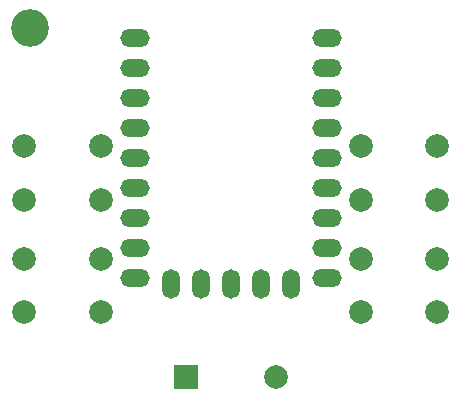
<source format=gbr>
%TF.GenerationSoftware,KiCad,Pcbnew,8.0.5*%
%TF.CreationDate,2024-10-14T18:41:00+02:00*%
%TF.ProjectId,pcb,7063622e-6b69-4636-9164-5f7063625858,rev?*%
%TF.SameCoordinates,Original*%
%TF.FileFunction,Soldermask,Bot*%
%TF.FilePolarity,Negative*%
%FSLAX46Y46*%
G04 Gerber Fmt 4.6, Leading zero omitted, Abs format (unit mm)*
G04 Created by KiCad (PCBNEW 8.0.5) date 2024-10-14 18:41:00*
%MOMM*%
%LPD*%
G01*
G04 APERTURE LIST*
%ADD10C,3.200000*%
%ADD11C,2.000000*%
%ADD12R,2.000000X2.000000*%
%ADD13O,2.500000X1.500000*%
%ADD14O,1.500000X2.500000*%
G04 APERTURE END LIST*
D10*
%TO.C,keychain1*%
X133000000Y-33000000D03*
%TD*%
D11*
%TO.C,SBR1*%
X161000000Y-52500000D03*
X167500000Y-52500000D03*
X161000000Y-57000000D03*
X167500000Y-57000000D03*
%TD*%
%TO.C,STL1*%
X132500000Y-43000000D03*
X139000000Y-43000000D03*
X132500000Y-47500000D03*
X139000000Y-47500000D03*
%TD*%
%TO.C,SBL1*%
X132500000Y-52500000D03*
X139000000Y-52500000D03*
X132500000Y-57000000D03*
X139000000Y-57000000D03*
%TD*%
%TO.C,STR1*%
X161000000Y-43000000D03*
X167500000Y-43000000D03*
X161000000Y-47500000D03*
X167500000Y-47500000D03*
%TD*%
D12*
%TO.C,BZ1*%
X146200000Y-62500000D03*
D11*
X153800000Y-62500000D03*
%TD*%
D13*
%TO.C,U1*%
X158120000Y-33840000D03*
X158120000Y-36380000D03*
X158120000Y-38920000D03*
X158120000Y-41460000D03*
X158120000Y-44000000D03*
X158120000Y-46540000D03*
X158120000Y-49080000D03*
X158120000Y-51620000D03*
X158120000Y-54160000D03*
D14*
X155080000Y-54660000D03*
X152540000Y-54660000D03*
X150000000Y-54660000D03*
X147460000Y-54660000D03*
X144920000Y-54660000D03*
D13*
X141880000Y-54160000D03*
X141880000Y-51620000D03*
X141880000Y-49080000D03*
X141880000Y-46540000D03*
X141880000Y-44000000D03*
X141880000Y-41460000D03*
X141880000Y-38920000D03*
X141880000Y-36380000D03*
X141880000Y-33840000D03*
%TD*%
M02*

</source>
